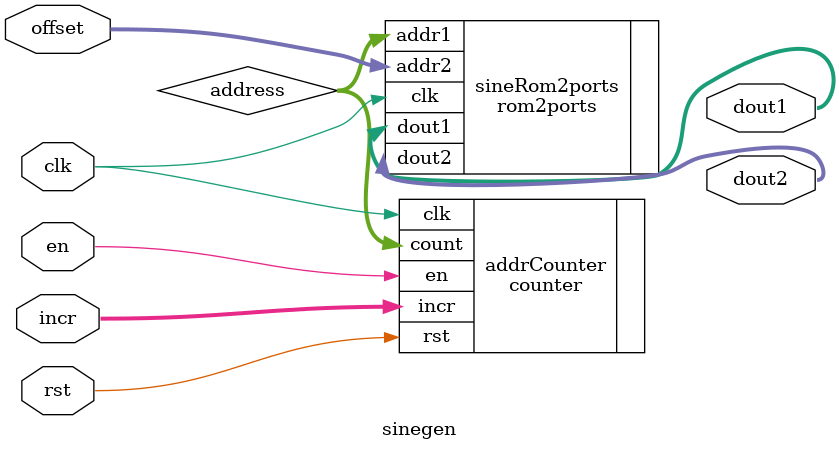
<source format=sv>
module sinegen #(
    parameter   A_WIDTH = 8,
                D_WIDTH = 8
)(
    // interface signals
    input logic                 clk,    //clock
    input logic                 rst,    //reset
    input logic                 en,     //enable
    input logic [A_WIDTH-1:0]   offset,  //offset
    input logic [D_WIDTH-1:0]   incr,   //increment for addr counter
    output logic [D_WIDTH-1:0]  dout1,    //output data for wave1
    output logic [D_WIDTH-1:0]  dout2    //output data for wave2

);

    logic   [A_WIDTH-1:0]       address;//interconnect wire


counter addrCounter (
    .clk (clk),
    .rst (rst),
    .en (en),
    .incr (incr),
    .count (address)
);

rom2ports sineRom2ports (
    .clk (clk),
    .addr1 (address),
    .addr2 (offset),
    .dout1 (dout1),
    .dout2 (dout2)
);

endmodule

</source>
